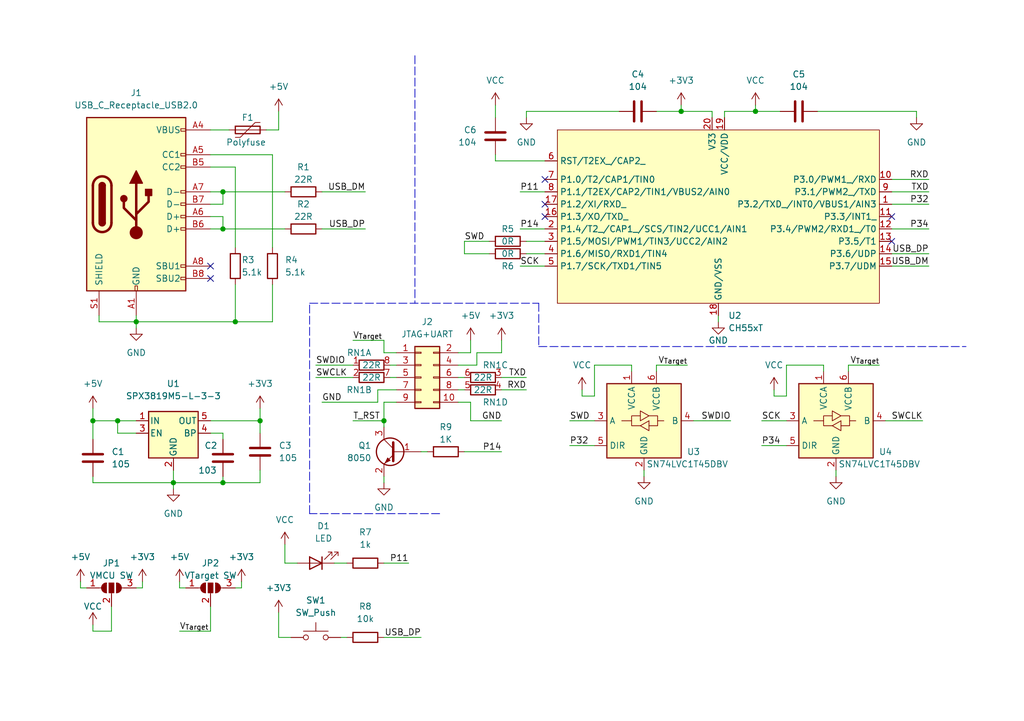
<source format=kicad_sch>
(kicad_sch (version 20211123) (generator eeschema)
  (paper "A5")
  (title_block (title "DAP_Link_CH55xT") (company "lexsion.net"))
  (lib_symbols
    (symbol "Connector:USB_C_Receptacle_USB2.0" (pin_names (offset 1.016))
      (property "Reference" "J" (at -10.16 19.05 0))
      (property "Value" "USB_C_Receptacle_USB2.0" (at 19.05 19.05 0))
      (symbol "USB_C_Receptacle_USB2.0_0_0"
        (rectangle (start -0.254 -17.78) (end 0.254 -16.764))
        (rectangle (start 10.16 -14.986) (end 9.144 -15.494))
        (rectangle (start 10.16 -12.446) (end 9.144 -12.954))
        (rectangle (start 10.16 -4.826) (end 9.144 -5.334))
        (rectangle (start 10.16 -2.286) (end 9.144 -2.794))
        (rectangle (start 10.16 0.254) (end 9.144 -0.254))
        (rectangle (start 10.16 2.794) (end 9.144 2.286))
        (rectangle (start 10.16 7.874) (end 9.144 7.366))
        (rectangle (start 10.16 10.414) (end 9.144 9.906))
        (rectangle (start 10.16 15.494) (end 9.144 14.986))
      )
      (symbol "USB_C_Receptacle_USB2.0_0_1"
        (rectangle (start -10.16 17.78) (end 10.16 -17.78) (stroke (width 0.254)) (fill (type background)))
        (arc (start -8.89 -3.81) (mid -6.985 -5.715) (end -5.08 -3.81) (stroke (width 0.508)))
        (arc (start -7.62 -3.81) (mid -6.985 -4.445) (end -6.35 -3.81) (stroke (width 0.254)))
        (arc (start -7.62 -3.81) (mid -6.985 -4.445) (end -6.35 -3.81) (stroke (width 0.254)) (fill (type outline)))
        (rectangle (start -7.62 -3.81) (end -6.35 3.81) (stroke (width 0.254)) (fill (type outline)))
        (arc (start -6.35 3.81) (mid -6.985 4.445) (end -7.62 3.81) (stroke (width 0.254)))
        (arc (start -6.35 3.81) (mid -6.985 4.445) (end -7.62 3.81) (stroke (width 0.254)) (fill (type outline)))
        (arc (start -5.08 3.81) (mid -6.985 5.715) (end -8.89 3.81) (stroke (width 0.508)))
        (circle (center -2.54 1.143) (radius 0.635) (stroke (width 0.254)) (fill (type outline)))
        (circle (center 0 -5.842) (radius 1.27) (fill (type outline)))
        (polyline (pts (xy -8.89 -3.81) (xy -8.89 3.81)) (stroke (width 0.508)))
        (polyline (pts (xy -5.08 3.81) (xy -5.08 -3.81)) (stroke (width 0.508)))
        (polyline (pts (xy 0 -5.842) (xy 0 4.318)) (stroke (width 0.508)))
        (polyline (pts (xy 0 -3.302) (xy -2.54 -0.762) (xy -2.54 0.508)) (stroke (width 0.508)))
        (polyline (pts (xy 0 -2.032) (xy 2.54 0.508) (xy 2.54 1.778)) (stroke (width 0.508)))
        (polyline (pts (xy -1.27 4.318) (xy 0 6.858) (xy 1.27 4.318) (xy -1.27 4.318)) (stroke (width 0.254)) (fill (type outline)))
        (rectangle (start 1.905 1.778) (end 3.175 3.048) (stroke (width 0.254)) (fill (type outline)))
      )
      (symbol "USB_C_Receptacle_USB2.0_1_1"
        (pin passive line (at 0 -22.86 90) (length 5.08) (name "GND") (number "A1"))
        (pin passive line (at 0 -22.86 90) (length 5.08) hide (name "GND") (number "A12"))
        (pin passive line (at 15.24 15.24 180) (length 5.08) (name "VBUS") (number "A4"))
        (pin bidirectional line (at 15.24 10.16 180) (length 5.08) (name "CC1") (number "A5"))
        (pin bidirectional line (at 15.24 -2.54 180) (length 5.08) (name "D+") (number "A6"))
        (pin bidirectional line (at 15.24 2.54 180) (length 5.08) (name "D-") (number "A7"))
        (pin bidirectional line (at 15.24 -12.7 180) (length 5.08) (name "SBU1") (number "A8"))
        (pin passive line (at 15.24 15.24 180) (length 5.08) hide (name "VBUS") (number "A9"))
        (pin passive line (at 0 -22.86 90) (length 5.08) hide (name "GND") (number "B1"))
        (pin passive line (at 0 -22.86 90) (length 5.08) hide (name "GND") (number "B12"))
        (pin passive line (at 15.24 15.24 180) (length 5.08) hide (name "VBUS") (number "B4"))
        (pin bidirectional line (at 15.24 7.62 180) (length 5.08) (name "CC2") (number "B5"))
        (pin bidirectional line (at 15.24 -5.08 180) (length 5.08) (name "D+") (number "B6"))
        (pin bidirectional line (at 15.24 0 180) (length 5.08) (name "D-") (number "B7"))
        (pin bidirectional line (at 15.24 -15.24 180) (length 5.08) (name "SBU2") (number "B8"))
        (pin passive line (at 15.24 15.24 180) (length 5.08) hide (name "VBUS") (number "B9"))
        (pin passive line (at -7.62 -22.86 90) (length 5.08) (name "SHIELD") (number "S1"))
      )
    )
    (symbol "Connector_Generic:Conn_02x05_Odd_Even" (pin_names (offset 1.016) hide)
      (property "Reference" "J" (at 1.27 7.62 0))
      (property "Value" "Conn_02x05_Odd_Even" (at 1.27 -7.62 0))
      (symbol "Conn_02x05_Odd_Even_1_1"
        (rectangle (start -1.27 -4.953) (end 0 -5.207) (stroke (width 0.1524)))
        (rectangle (start -1.27 -2.413) (end 0 -2.667) (stroke (width 0.1524)))
        (rectangle (start -1.27 0.127) (end 0 -0.127) (stroke (width 0.1524)))
        (rectangle (start -1.27 2.667) (end 0 2.413) (stroke (width 0.1524)))
        (rectangle (start -1.27 5.207) (end 0 4.953) (stroke (width 0.1524)))
        (rectangle (start -1.27 6.35) (end 3.81 -6.35) (stroke (width 0.254)) (fill (type background)))
        (rectangle (start 3.81 -4.953) (end 2.54 -5.207) (stroke (width 0.1524)))
        (rectangle (start 3.81 -2.413) (end 2.54 -2.667) (stroke (width 0.1524)))
        (rectangle (start 3.81 0.127) (end 2.54 -0.127) (stroke (width 0.1524)))
        (rectangle (start 3.81 2.667) (end 2.54 2.413) (stroke (width 0.1524)))
        (rectangle (start 3.81 5.207) (end 2.54 4.953) (stroke (width 0.1524)))
        (pin passive line (at -5.08 5.08 0) (length 3.81) (name "Pin_1") (number "1"))
        (pin passive line (at 7.62 -5.08 180) (length 3.81) (name "Pin_10") (number "10"))
        (pin passive line (at 7.62 5.08 180) (length 3.81) (name "Pin_2") (number "2"))
        (pin passive line (at -5.08 2.54 0) (length 3.81) (name "Pin_3") (number "3"))
        (pin passive line (at 7.62 2.54 180) (length 3.81) (name "Pin_4") (number "4"))
        (pin passive line (at -5.08 0 0) (length 3.81) (name "Pin_5") (number "5"))
        (pin passive line (at 7.62 0 180) (length 3.81) (name "Pin_6") (number "6"))
        (pin passive line (at -5.08 -2.54 0) (length 3.81) (name "Pin_7") (number "7"))
        (pin passive line (at 7.62 -2.54 180) (length 3.81) (name "Pin_8") (number "8"))
        (pin passive line (at -5.08 -5.08 0) (length 3.81) (name "Pin_9") (number "9"))
      )
    )
    (symbol "Device:C" (pin_numbers hide) (pin_names (offset 0.254))
      (property "Reference" "C" (at 0.635 2.54 0))
      (property "Value" "C" (at 0.635 -2.54 0))
      (symbol "C_0_1"
        (polyline (pts (xy -2.032 -0.762) (xy 2.032 -0.762)) (stroke (width 0.508)))
        (polyline (pts (xy -2.032 0.762) (xy 2.032 0.762)) (stroke (width 0.508)))
      )
      (symbol "C_1_1"
        (pin passive line (at 0 3.81 270) (length 2.794) (name "~") (number "1"))
        (pin passive line (at 0 -3.81 90) (length 2.794) (name "~") (number "2"))
      )
    )
    (symbol "Device:LED" (pin_numbers hide) (pin_names (offset 1.016) hide)
      (property "Reference" "D" (at 0 2.54 0))
      (property "Value" "LED" (at 0 -2.54 0))
      (symbol "LED_0_1"
        (polyline (pts (xy -1.27 -1.27) (xy -1.27 1.27)) (stroke (width 0.254)))
        (polyline (pts (xy -1.27 0) (xy 1.27 0)))
        (polyline (pts (xy 1.27 -1.27) (xy 1.27 1.27) (xy -1.27 0) (xy 1.27 -1.27)) (stroke (width 0.254)))
        (polyline (pts (xy -3.048 -0.762) (xy -4.572 -2.286) (xy -3.81 -2.286) (xy -4.572 -2.286) (xy -4.572 -1.524)))
        (polyline (pts (xy -1.778 -0.762) (xy -3.302 -2.286) (xy -2.54 -2.286) (xy -3.302 -2.286) (xy -3.302 -1.524)))
      )
      (symbol "LED_1_1"
        (pin passive line (at -3.81 0 0) (length 2.54) (name "K") (number "1"))
        (pin passive line (at 3.81 0 180) (length 2.54) (name "A") (number "2"))
      )
    )
    (symbol "Device:Polyfuse" (pin_numbers hide) (pin_names (offset 0))
      (property "Reference" "F" (at -2.54 0 90))
      (property "Value" "Polyfuse" (at 2.54 0 90))
      (symbol "Polyfuse_0_1"
        (rectangle (start -0.762 2.54) (end 0.762 -2.54) (stroke (width 0.254)))
        (polyline (pts (xy 0 2.54) (xy 0 -2.54)))
        (polyline (pts (xy -1.524 2.54) (xy -1.524 1.524) (xy 1.524 -1.524) (xy 1.524 -2.54)))
      )
      (symbol "Polyfuse_1_1"
        (pin passive line (at 0 3.81 270) (length 1.27) (name "~") (number "1"))
        (pin passive line (at 0 -3.81 90) (length 1.27) (name "~") (number "2"))
      )
    )
    (symbol "Device:Q_NPN_BEC" (pin_names (offset 0) hide)
      (property "Reference" "Q" (at 5.08 1.27 0))
      (property "Value" "Q_NPN_BEC" (at 5.08 -1.27 0))
      (symbol "Q_NPN_BEC_0_1"
        (polyline (pts (xy 0.635 0.635) (xy 2.54 2.54)))
        (polyline (pts (xy 0.635 -0.635) (xy 2.54 -2.54) (xy 2.54 -2.54)))
        (polyline (pts (xy 0.635 1.905) (xy 0.635 -1.905) (xy 0.635 -1.905)) (stroke (width 0.508)))
        (polyline (pts (xy 1.27 -1.778) (xy 1.778 -1.27) (xy 2.286 -2.286) (xy 1.27 -1.778) (xy 1.27 -1.778)) (fill (type outline)))
        (circle (center 1.27 0) (radius 2.8194) (stroke (width 0.254)))
      )
      (symbol "Q_NPN_BEC_1_1"
        (pin input line (at -5.08 0 0) (length 5.715) (name "B") (number "1"))
        (pin passive line (at 2.54 -5.08 90) (length 2.54) (name "E") (number "2"))
        (pin passive line (at 2.54 5.08 270) (length 2.54) (name "C") (number "3"))
      )
    )
    (symbol "Device:R" (pin_numbers hide) (pin_names (offset 0))
      (property "Reference" "R" (at 2.032 0 90))
      (property "Value" "R" (at 0 0 90))
      (symbol "R_0_1"
        (rectangle (start -1.016 -2.54) (end 1.016 2.54) (stroke (width 0.254)))
      )
      (symbol "R_1_1"
        (pin passive line (at 0 3.81 270) (length 1.27) (name "~") (number "1"))
        (pin passive line (at 0 -3.81 90) (length 1.27) (name "~") (number "2"))
      )
    )
    (symbol "Device:R_Pack04_Split" (pin_names (offset 0) hide)
      (property "Reference" "RN" (at 2.032 0 90))
      (property "Value" "R_Pack04_Split" (at 0 0 90))
      (symbol "R_Pack04_Split_0_1"
        (rectangle (start 1.016 2.54) (end -1.016 -2.54) (stroke (width 0.254)))
      )
      (symbol "R_Pack04_Split_1_1"
        (pin passive line (at 0 -3.81 90) (length 1.27) (name "R1.1") (number "1"))
        (pin passive line (at 0 3.81 270) (length 1.27) (name "R1.2") (number "8"))
      )
      (symbol "R_Pack04_Split_2_1"
        (pin passive line (at 0 -3.81 90) (length 1.27) (name "R2.1") (number "2"))
        (pin passive line (at 0 3.81 270) (length 1.27) (name "R2.2") (number "7"))
      )
      (symbol "R_Pack04_Split_3_1"
        (pin passive line (at 0 -3.81 90) (length 1.27) (name "R3.1") (number "3"))
        (pin passive line (at 0 3.81 270) (length 1.27) (name "R3.2") (number "6"))
      )
      (symbol "R_Pack04_Split_4_1"
        (pin passive line (at 0 -3.81 90) (length 1.27) (name "R4.1") (number "4"))
        (pin passive line (at 0 3.81 270) (length 1.27) (name "R4.2") (number "5"))
      )
    )
    (symbol "Jumper:SolderJumper_3_Open" (pin_names (offset 0) hide)
      (property "Reference" "JP" (at -2.54 -2.54 0))
      (property "Value" "SolderJumper_3_Open" (at 0 2.794 0))
      (symbol "SolderJumper_3_Open_0_1"
        (arc (start -1.016 1.016) (mid -2.032 0) (end -1.016 -1.016))
        (arc (start -1.016 1.016) (mid -2.032 0) (end -1.016 -1.016) (fill (type outline)))
        (rectangle (start -0.508 1.016) (end 0.508 -1.016) (fill (type outline)))
        (polyline (pts (xy -2.54 0) (xy -2.032 0)))
        (polyline (pts (xy -1.016 1.016) (xy -1.016 -1.016)))
        (polyline (pts (xy 0 -1.27) (xy 0 -1.016)))
        (polyline (pts (xy 1.016 1.016) (xy 1.016 -1.016)))
        (polyline (pts (xy 2.54 0) (xy 2.032 0)))
        (arc (start 1.016 -1.016) (mid 2.032 0) (end 1.016 1.016))
        (arc (start 1.016 -1.016) (mid 2.032 0) (end 1.016 1.016) (fill (type outline)))
      )
      (symbol "SolderJumper_3_Open_1_1"
        (pin passive line (at -5.08 0 0) (length 2.54) (name "A") (number "1"))
        (pin input line (at 0 -3.81 90) (length 2.54) (name "C") (number "2"))
        (pin passive line (at 5.08 0 180) (length 2.54) (name "B") (number "3"))
      )
    )
    (symbol "Lex_MCU_WCH:CH55xT"
      (property "Reference" "U" (at 0 0 0))
      (property "Value" "CH55xT" (at 0 0 0))
      (symbol "CH55xT_0_1"
        (rectangle (start -33.02 17.78) (end 33.02 -17.78) (fill (type background)))
      )
      (symbol "CH55xT_1_1"
        (pin bidirectional line (at 35.56 2.54 180) (length 2.54) (name "P3.2/TXD_/INT0/VBUS1/AIN3") (number "1"))
        (pin bidirectional line (at 35.56 7.62 180) (length 2.54) (name "P3.0/PWM1_/RXD") (number "10"))
        (pin bidirectional line (at 35.56 0 180) (length 2.54) (name "P3.3/INT1_") (number "11"))
        (pin bidirectional line (at 35.56 -2.54 180) (length 2.54) (name "P3.4/PWM2/RXD1_/T0") (number "12"))
        (pin bidirectional line (at 35.56 -5.08 180) (length 2.54) (name "P3.5/T1") (number "13"))
        (pin bidirectional line (at 35.56 -7.62 180) (length 2.54) (name "P3.6/UDP") (number "14"))
        (pin bidirectional line (at 35.56 -10.16 180) (length 2.54) (name "P3.7/UDM") (number "15"))
        (pin bidirectional line (at -35.56 0 0) (length 2.54) (name "P1.3/XO/TXD_") (number "16"))
        (pin bidirectional line (at -35.56 2.54 0) (length 2.54) (name "P1.2/XI/RXD_") (number "17"))
        (pin power_in line (at 0 -20.32 90) (length 2.54) (name "GND/VSS") (number "18"))
        (pin power_in line (at 1.27 20.32 270) (length 2.54) (name "VCC/VDD") (number "19"))
        (pin bidirectional line (at -35.56 -2.54 0) (length 2.54) (name "P1.4/T2_/CAP1_/SCS/TIN2/UCC1/AIN1") (number "2"))
        (pin power_in line (at -1.27 20.32 270) (length 2.54) (name "V33") (number "20"))
        (pin bidirectional line (at -35.56 -5.08 0) (length 2.54) (name "P1.5/MOSI/PWM1/TIN3/UCC2/AIN2") (number "3"))
        (pin bidirectional line (at -35.56 -7.62 0) (length 2.54) (name "P1.6/MISO/RXD1/TIN4") (number "4"))
        (pin bidirectional line (at -35.56 -10.16 0) (length 2.54) (name "P1.7/SCK/TXD1/TIN5") (number "5"))
        (pin bidirectional line (at -35.56 11.43 0) (length 2.54) (name "RST/T2EX_/CAP2_") (number "6"))
        (pin bidirectional line (at -35.56 7.62 0) (length 2.54) (name "P1.0/T2/CAP1/TIN0") (number "7"))
        (pin bidirectional line (at -35.56 5.08 0) (length 2.54) (name "P1.1/T2EX/CAP2/TIN1/VBUS2/AIN0") (number "8"))
        (pin bidirectional line (at 35.56 5.08 180) (length 2.54) (name "P3.1/PWM2_/TXD") (number "9"))
      )
    )
    (symbol "Logic_LevelTranslator:SN74LVC1T45DBV"
      (property "Reference" "U" (at -6.35 8.89 0))
      (property "Value" "SN74LVC1T45DBV" (at 3.81 8.89 0))
      (symbol "SN74LVC1T45DBV_0_1"
        (rectangle (start -7.62 7.62) (end 7.62 -7.62) (stroke (width 0.254)) (fill (type background)))
        (polyline (pts (xy -2.54 0) (xy -2.54 1.016) (xy -0.762 1.016)))
        (polyline (pts (xy 2.794 0) (xy 2.794 -1.016) (xy 1.016 -1.016)))
        (polyline (pts (xy -0.762 -1.016) (xy -2.54 -1.016) (xy -2.54 0) (xy -4.572 0)))
        (polyline (pts (xy -0.762 0) (xy -0.762 2.032) (xy 1.016 1.016) (xy -0.762 0)))
        (polyline (pts (xy 1.016 1.016) (xy 2.794 1.016) (xy 2.794 0) (xy 4.064 0)))
        (polyline (pts (xy 1.016 0) (xy 1.016 -1.778) (xy 1.016 -2.032) (xy -0.762 -1.016) (xy 1.016 0)))
      )
      (symbol "SN74LVC1T45DBV_1_1"
        (pin power_in line (at -2.54 10.16 270) (length 2.54) (name "VCCA") (number "1"))
        (pin power_in line (at 0 -10.16 90) (length 2.54) (name "GND") (number "2"))
        (pin bidirectional line (at -10.16 0 0) (length 2.54) (name "A") (number "3"))
        (pin bidirectional line (at 10.16 0 180) (length 2.54) (name "B") (number "4"))
        (pin input line (at -10.16 -5.08 0) (length 2.54) (name "DIR") (number "5"))
        (pin power_in line (at 2.54 10.16 270) (length 2.54) (name "VCCB") (number "6"))
      )
    )
    (symbol "Regulator_Linear:SPX3819M5-L-3-3" (pin_names (offset 0.254))
      (property "Reference" "U" (at -3.81 5.715 0))
      (property "Value" "SPX3819M5-L-3-3" (at 0 5.715 0))
      (symbol "SPX3819M5-L-3-3_0_1"
        (rectangle (start -5.08 4.445) (end 5.08 -5.08) (stroke (width 0.254)) (fill (type background)))
      )
      (symbol "SPX3819M5-L-3-3_1_1"
        (pin power_in line (at -7.62 2.54 0) (length 2.54) (name "IN") (number "1"))
        (pin power_in line (at 0 -7.62 90) (length 2.54) (name "GND") (number "2"))
        (pin input line (at -7.62 0 0) (length 2.54) (name "EN") (number "3"))
        (pin input line (at 7.62 0 180) (length 2.54) (name "BP") (number "4"))
        (pin power_out line (at 7.62 2.54 180) (length 2.54) (name "OUT") (number "5"))
      )
    )
    (symbol "Switch:SW_Push" (pin_numbers hide) (pin_names (offset 1.016) hide)
      (property "Reference" "SW" (at 1.27 2.54 0))
      (property "Value" "SW_Push" (at 0 -1.524 0))
      (symbol "SW_Push_0_1"
        (circle (center -2.032 0) (radius 0.508))
        (polyline (pts (xy 0 1.27) (xy 0 3.048)))
        (polyline (pts (xy 2.54 1.27) (xy -2.54 1.27)))
        (circle (center 2.032 0) (radius 0.508))
        (pin passive line (at -5.08 0 0) (length 2.54) (name "1") (number "1"))
        (pin passive line (at 5.08 0 180) (length 2.54) (name "2") (number "2"))
      )
    )
    (symbol "power:+3V3" (power) (pin_names (offset 0))
      (property "Value" "+3V3" (at 0 3.556 0))
      (symbol "+3V3_0_1"
        (polyline (pts (xy -0.762 1.27) (xy 0 2.54)))
        (polyline (pts (xy 0 0) (xy 0 2.54)))
        (polyline (pts (xy 0 2.54) (xy 0.762 1.27)))
      )
      (symbol "+3V3_1_1"
        (pin power_in line (at 0 0 90) (length 0) hide (name "+3V3") (number "1"))
      )
    )
    (symbol "power:+5V" (power) (pin_names (offset 0))
      (property "Value" "+5V" (at 0 3.556 0))
      (symbol "+5V_0_1"
        (polyline (pts (xy -0.762 1.27) (xy 0 2.54)))
        (polyline (pts (xy 0 0) (xy 0 2.54)))
        (polyline (pts (xy 0 2.54) (xy 0.762 1.27)))
      )
      (symbol "+5V_1_1"
        (pin power_in line (at 0 0 90) (length 0) hide (name "+5V") (number "1"))
      )
    )
    (symbol "power:GND" (power) (pin_names (offset 0))
      (property "Value" "GND" (at 0 -3.81 0))
      (symbol "GND_0_1"
        (polyline (pts (xy 0 0) (xy 0 -1.27) (xy 1.27 -1.27) (xy 0 -2.54) (xy -1.27 -1.27) (xy 0 -1.27)))
      )
      (symbol "GND_1_1"
        (pin power_in line (at 0 0 270) (length 0) hide (name "GND") (number "1"))
      )
    )
    (symbol "power:VCC" (power) (pin_names (offset 0))
      (property "Value" "VCC" (at 0 3.81 0))
      (symbol "VCC_0_1"
        (polyline (pts (xy -0.762 1.27) (xy 0 2.54)))
        (polyline (pts (xy 0 0) (xy 0 2.54)))
        (polyline (pts (xy 0 2.54) (xy 0.762 1.27)))
      )
      (symbol "VCC_1_1"
        (pin power_in line (at 0 0 90) (length 0) hide (name "VCC") (number "1"))
      )
    )
  )
  (junction (at 78.74 86.36))
  (junction (at 53.34 86.36))
  (junction (at 45.72 39.37))
  (junction (at 45.72 99.06))
  (junction (at 139.7 22.86))
  (junction (at 19.05 86.36))
  (junction (at 48.26 66.04))
  (junction (at 27.94 66.04))
  (junction (at 35.56 99.06))
  (junction (at 45.72 46.99))
  (junction (at 154.94 22.86))
  (junction (at 24.13 86.36))
  (no_connect (at 43.18 54.61))
  (no_connect (at 43.18 57.15))
  (no_connect (at 111.76 41.91))
  (no_connect (at 111.76 44.45))
  (no_connect (at 111.76 36.83))
  (no_connect (at 182.88 49.53))
  (no_connect (at 182.88 44.45))
  (wire (pts (xy 77.47 80.01) (xy 81.28 80.01)))
  (wire (pts (xy 142.24 86.36) (xy 149.86 86.36)))
  (wire (pts (xy 66.04 39.37) (xy 74.93 39.37)))
  (wire (pts (xy 77.47 80.01) (xy 77.47 82.55)))
  (wire (pts (xy 45.72 46.99) (xy 58.42 46.99)))
  (wire (pts (xy 97.79 74.93) (xy 97.79 72.39)))
  (wire (pts (xy 158.75 81.28) (xy 161.29 81.28)))
  (wire (pts (xy 43.18 34.29) (xy 48.26 34.29)))
  (wire (pts (xy 95.25 49.53) (xy 100.33 49.53)))
  (wire (pts (xy 64.77 74.93) (xy 72.39 74.93)))
  (wire (pts (xy 64.77 77.47) (xy 72.39 77.47)))
  (wire (pts (xy 29.21 119.38) (xy 29.21 120.65)))
  (wire (pts (xy 96.52 82.55) (xy 93.98 82.55)))
  (wire (pts (xy 53.34 86.36) (xy 43.18 86.36)))
  (wire (pts (xy 78.74 115.57) (xy 83.82 115.57)))
  (wire (pts (xy 121.92 74.93) (xy 129.54 74.93)))
  (wire (pts (xy 158.75 80.01) (xy 158.75 81.28)))
  (wire (pts (xy 93.98 77.47) (xy 95.25 77.47)))
  (wire (pts (xy 134.62 22.86) (xy 139.7 22.86)))
  (wire (pts (xy 57.15 130.81) (xy 59.69 130.81)))
  (wire (pts (xy 182.88 46.99) (xy 190.5 46.99)))
  (wire (pts (xy 156.21 91.44) (xy 161.29 91.44)))
  (wire (pts (xy 58.42 111.76) (xy 58.42 115.57)))
  (wire (pts (xy 132.08 96.52) (xy 132.08 97.79)))
  (polyline (pts (xy 110.49 62.23) (xy 110.49 71.12)))
  (wire (pts (xy 43.18 39.37) (xy 45.72 39.37)))
  (wire (pts (xy 140.97 74.93) (xy 134.62 74.93)))
  (wire (pts (xy 102.87 86.36) (xy 96.52 86.36)))
  (wire (pts (xy 53.34 96.52) (xy 53.34 99.06)))
  (wire (pts (xy 20.32 64.77) (xy 20.32 66.04)))
  (wire (pts (xy 78.74 86.36) (xy 72.39 86.36)))
  (wire (pts (xy 36.83 129.54) (xy 43.18 129.54)))
  (wire (pts (xy 107.95 49.53) (xy 111.76 49.53)))
  (wire (pts (xy 134.62 74.93) (xy 134.62 76.2)))
  (wire (pts (xy 68.58 115.57) (xy 71.12 115.57)))
  (wire (pts (xy 96.52 86.36) (xy 96.52 82.55)))
  (wire (pts (xy 45.72 44.45) (xy 45.72 46.99)))
  (wire (pts (xy 16.51 119.38) (xy 16.51 120.65)))
  (wire (pts (xy 139.7 21.59) (xy 139.7 22.86)))
  (wire (pts (xy 19.05 128.27) (xy 19.05 129.54)))
  (polyline (pts (xy 85.09 11.43) (xy 85.09 62.23)))
  (wire (pts (xy 22.86 129.54) (xy 22.86 124.46)))
  (wire (pts (xy 106.68 46.99) (xy 111.76 46.99)))
  (wire (pts (xy 43.18 44.45) (xy 45.72 44.45)))
  (wire (pts (xy 49.53 120.65) (xy 48.26 120.65)))
  (wire (pts (xy 101.6 33.02) (xy 111.76 33.02)))
  (wire (pts (xy 27.94 88.9) (xy 24.13 88.9)))
  (wire (pts (xy 78.74 72.39) (xy 78.74 69.85)))
  (polyline (pts (xy 63.5 62.23) (xy 110.49 62.23)))
  (wire (pts (xy 55.88 58.42) (xy 55.88 66.04)))
  (wire (pts (xy 154.94 22.86) (xy 148.59 22.86)))
  (wire (pts (xy 129.54 74.93) (xy 129.54 76.2)))
  (wire (pts (xy 154.94 22.86) (xy 160.02 22.86)))
  (wire (pts (xy 16.51 120.65) (xy 17.78 120.65)))
  (wire (pts (xy 161.29 81.28) (xy 161.29 74.93)))
  (wire (pts (xy 168.91 74.93) (xy 168.91 76.2)))
  (wire (pts (xy 81.28 82.55) (xy 78.74 82.55)))
  (wire (pts (xy 43.18 88.9) (xy 45.72 88.9)))
  (wire (pts (xy 119.38 81.28) (xy 121.92 81.28)))
  (wire (pts (xy 78.74 99.06) (xy 78.74 97.79)))
  (wire (pts (xy 27.94 66.04) (xy 27.94 67.31)))
  (wire (pts (xy 182.88 36.83) (xy 190.5 36.83)))
  (wire (pts (xy 139.7 22.86) (xy 146.05 22.86)))
  (wire (pts (xy 87.63 92.71) (xy 86.36 92.71)))
  (wire (pts (xy 43.18 31.75) (xy 55.88 31.75)))
  (wire (pts (xy 95.25 52.07) (xy 100.33 52.07)))
  (wire (pts (xy 154.94 21.59) (xy 154.94 22.86)))
  (wire (pts (xy 182.88 54.61) (xy 190.5 54.61)))
  (wire (pts (xy 93.98 80.01) (xy 95.25 80.01)))
  (wire (pts (xy 148.59 22.86) (xy 148.59 24.13)))
  (wire (pts (xy 116.84 91.44) (xy 121.92 91.44)))
  (wire (pts (xy 20.32 66.04) (xy 27.94 66.04)))
  (wire (pts (xy 43.18 26.67) (xy 46.99 26.67)))
  (wire (pts (xy 48.26 34.29) (xy 48.26 50.8)))
  (wire (pts (xy 53.34 83.82) (xy 53.34 86.36)))
  (wire (pts (xy 45.72 97.79) (xy 45.72 99.06)))
  (wire (pts (xy 180.34 74.93) (xy 173.99 74.93)))
  (wire (pts (xy 24.13 88.9) (xy 24.13 86.36)))
  (wire (pts (xy 97.79 72.39) (xy 102.87 72.39)))
  (wire (pts (xy 36.83 119.38) (xy 36.83 120.65)))
  (wire (pts (xy 19.05 86.36) (xy 24.13 86.36)))
  (polyline (pts (xy 90.17 105.41) (xy 63.5 105.41)))
  (wire (pts (xy 29.21 120.65) (xy 27.94 120.65)))
  (wire (pts (xy 43.18 46.99) (xy 45.72 46.99)))
  (wire (pts (xy 58.42 115.57) (xy 60.96 115.57)))
  (wire (pts (xy 45.72 39.37) (xy 58.42 39.37)))
  (wire (pts (xy 57.15 125.73) (xy 57.15 130.81)))
  (wire (pts (xy 35.56 96.52) (xy 35.56 99.06)))
  (wire (pts (xy 95.25 92.71) (xy 102.87 92.71)))
  (wire (pts (xy 45.72 41.91) (xy 45.72 39.37)))
  (wire (pts (xy 55.88 66.04) (xy 48.26 66.04)))
  (wire (pts (xy 78.74 130.81) (xy 86.36 130.81)))
  (wire (pts (xy 161.29 74.93) (xy 168.91 74.93)))
  (wire (pts (xy 116.84 86.36) (xy 121.92 86.36)))
  (wire (pts (xy 69.85 130.81) (xy 71.12 130.81)))
  (wire (pts (xy 57.15 26.67) (xy 54.61 26.67)))
  (wire (pts (xy 66.04 82.55) (xy 77.47 82.55)))
  (wire (pts (xy 102.87 77.47) (xy 107.95 77.47)))
  (wire (pts (xy 78.74 82.55) (xy 78.74 86.36)))
  (wire (pts (xy 19.05 97.79) (xy 19.05 99.06)))
  (wire (pts (xy 43.18 41.91) (xy 45.72 41.91)))
  (wire (pts (xy 127 22.86) (xy 107.95 22.86)))
  (wire (pts (xy 78.74 87.63) (xy 78.74 86.36)))
  (wire (pts (xy 48.26 66.04) (xy 27.94 66.04)))
  (wire (pts (xy 102.87 72.39) (xy 102.87 69.85)))
  (wire (pts (xy 43.18 129.54) (xy 43.18 124.46)))
  (wire (pts (xy 24.13 86.36) (xy 27.94 86.36)))
  (wire (pts (xy 181.61 86.36) (xy 189.23 86.36)))
  (wire (pts (xy 19.05 129.54) (xy 22.86 129.54)))
  (wire (pts (xy 101.6 31.75) (xy 101.6 33.02)))
  (wire (pts (xy 173.99 74.93) (xy 173.99 76.2)))
  (wire (pts (xy 19.05 83.82) (xy 19.05 86.36)))
  (wire (pts (xy 167.64 22.86) (xy 187.96 22.86)))
  (wire (pts (xy 107.95 52.07) (xy 111.76 52.07)))
  (wire (pts (xy 36.83 120.65) (xy 38.1 120.65)))
  (wire (pts (xy 27.94 64.77) (xy 27.94 66.04)))
  (wire (pts (xy 35.56 99.06) (xy 45.72 99.06)))
  (wire (pts (xy 101.6 21.59) (xy 101.6 24.13)))
  (wire (pts (xy 53.34 99.06) (xy 45.72 99.06)))
  (wire (pts (xy 187.96 22.86) (xy 187.96 24.13)))
  (wire (pts (xy 66.04 46.99) (xy 74.93 46.99)))
  (polyline (pts (xy 63.5 105.41) (xy 63.5 62.23)))
  (wire (pts (xy 72.39 69.85) (xy 78.74 69.85)))
  (wire (pts (xy 57.15 22.86) (xy 57.15 26.67)))
  (wire (pts (xy 121.92 81.28) (xy 121.92 74.93)))
  (wire (pts (xy 156.21 86.36) (xy 161.29 86.36)))
  (wire (pts (xy 182.88 52.07) (xy 190.5 52.07)))
  (wire (pts (xy 182.88 39.37) (xy 190.5 39.37)))
  (wire (pts (xy 55.88 31.75) (xy 55.88 50.8)))
  (wire (pts (xy 146.05 22.86) (xy 146.05 24.13)))
  (wire (pts (xy 19.05 86.36) (xy 19.05 90.17)))
  (wire (pts (xy 107.95 22.86) (xy 107.95 24.13)))
  (wire (pts (xy 49.53 119.38) (xy 49.53 120.65)))
  (wire (pts (xy 19.05 99.06) (xy 35.56 99.06)))
  (wire (pts (xy 93.98 72.39) (xy 96.52 72.39)))
  (wire (pts (xy 80.01 74.93) (xy 81.28 74.93)))
  (wire (pts (xy 48.26 58.42) (xy 48.26 66.04)))
  (wire (pts (xy 147.32 64.77) (xy 147.32 66.04)))
  (wire (pts (xy 80.01 77.47) (xy 81.28 77.47)))
  (wire (pts (xy 106.68 39.37) (xy 111.76 39.37)))
  (wire (pts (xy 182.88 41.91) (xy 190.5 41.91)))
  (wire (pts (xy 81.28 72.39) (xy 78.74 72.39)))
  (wire (pts (xy 106.68 54.61) (xy 111.76 54.61)))
  (wire (pts (xy 53.34 88.9) (xy 53.34 86.36)))
  (wire (pts (xy 96.52 72.39) (xy 96.52 69.85)))
  (wire (pts (xy 93.98 74.93) (xy 97.79 74.93)))
  (wire (pts (xy 102.87 80.01) (xy 107.95 80.01)))
  (polyline (pts (xy 110.49 71.12) (xy 198.12 71.12)))
  (wire (pts (xy 171.45 96.52) (xy 171.45 97.79)))
  (wire (pts (xy 45.72 88.9) (xy 45.72 90.17)))
  (wire (pts (xy 119.38 80.01) (xy 119.38 81.28)))
  (wire (pts (xy 35.56 99.06) (xy 35.56 100.33)))
  (wire (pts (xy 95.25 49.53) (xy 95.25 52.07)))
  (label "P14" (at 106.68 46.99 0))
  (label "SCK" (at 156.21 86.36 0))
  (label "SCK" (at 106.68 54.61 0))
  (label "SWD" (at 95.25 49.53 0))
  (label "P34" (at 156.21 91.44 0))
  (label "T_RST" (at 72.39 86.36 0))
  (label "P11" (at 83.82 115.57 180))
  (label "RXD" (at 107.95 80.01 180))
  (label "GND" (at 102.87 86.36 180))
  (label "V_{Target}" (at 36.83 129.54 0))
  (label "SWCLK" (at 64.77 77.47 0))
  (label "P32" (at 116.84 91.44 0))
  (label "RXD" (at 190.5 36.83 180))
  (label "V_{Target}" (at 140.97 74.93 180))
  (label "SWDIO" (at 64.77 74.93 0))
  (label "GND" (at 66.04 82.55 0))
  (label "USB_DP" (at 86.36 130.81 180))
  (label "P34" (at 190.5 46.99 180))
  (label "TXD" (at 190.5 39.37 180))
  (label "SWD" (at 116.84 86.36 0))
  (label "USB_DP" (at 74.93 46.99 180))
  (label "V_{Target}" (at 72.39 69.85 0))
  (label "SWCLK" (at 189.23 86.36 180))
  (label "USB_DM" (at 74.93 39.37 180))
  (label "USB_DM" (at 190.5 54.61 180))
  (label "SWDIO" (at 149.86 86.36 180))
  (label "TXD" (at 107.95 77.47 180))
  (label "P14" (at 102.87 92.71 180))
  (label "P32" (at 190.5 41.91 180))
  (label "USB_DP" (at 190.5 52.07 180))
  (label "P11" (at 106.68 39.37 0))
  (label "V_{Target}" (at 180.34 74.93 180))
  (symbol (lib_id "Device:R") (at 104.14 52.07 90) (unit 1)
    (property "Reference" "R6" (at 104.14 54.61 90))
    (property "Value" "0R" (at 104.14 52.07 90))
    (property "Footprint" "Resistor_SMD:R_0402_1005Metric" (effects hide))
  )
  (symbol (lib_id "power:+3V3") (at 29.21 119.38 0) (unit 1)
    (property "Reference" "#PWR0122" (effects hide))
    (property "Value" "+3V3" (at 29.21 114.3 0))
  )
  (symbol (lib_id "Device:C") (at 163.83 22.86 90) (unit 1)
    (property "Reference" "C5" (at 163.83 15.24 90))
    (property "Value" "104" (at 163.83 17.78 90))
    (property "Footprint" "Capacitor_SMD:C_0603_1608Metric" (effects hide))
  )
  (symbol (lib_id "Logic_LevelTranslator:SN74LVC1T45DBV") (at 171.45 86.36 0) (unit 1)
    (property "Reference" "U4" (at 181.61 92.71 0))
    (property "Value" "SN74LVC1T45DBV" (at 180.34 95.25 0))
    (property "Footprint" "Package_TO_SOT_SMD:SOT-23-6" (effects hide))
    (property "Datasheet" "http://www.ti.com/lit/ds/symlink/sn74lvc1t45.pdf" (effects hide))
  )
  (symbol (lib_id "power:+5V") (at 96.52 69.85 0) (unit 1)
    (property "Reference" "#PWR0107" (effects hide))
    (property "Value" "+5V" (at 96.52 64.77 0))
  )
  (symbol (lib_id "Device:R_Pack04_Split") (at 99.06 77.47 90) (mirror x) (unit 3)
    (property "Reference" "RN1" (at 101.6 74.93 90))
    (property "Value" "22R" (at 99.06 77.47 90))
    (property "Footprint" "Resistor_SMD:R_Array_Convex_4x0603" (effects hide))
  )
  (symbol (lib_id "Device:R") (at 104.14 49.53 90) (unit 1)
    (property "Reference" "R5" (at 104.14 46.99 90))
    (property "Value" "0R" (at 104.14 49.53 90))
    (property "Footprint" "Resistor_SMD:R_0402_1005Metric" (effects hide))
  )
  (symbol (lib_id "power:+3V3") (at 139.7 21.59 0) (unit 1)
    (property "Reference" "#PWR0102" (effects hide))
    (property "Value" "+3V3" (at 139.7 16.51 0))
  )
  (symbol (lib_id "power:GND") (at 187.96 24.13 0) (unit 1)
    (property "Reference" "#PWR0105" (effects hide))
    (property "Value" "GND" (at 187.96 29.21 0))
  )
  (symbol (lib_id "Device:C") (at 45.72 93.98 0) (unit 1)
    (property "Reference" "C2" (at 41.91 91.44 0) (effects (justify left)))
    (property "Value" "103" (at 40.64 96.52 0) (effects (justify left)))
    (property "Footprint" "Capacitor_SMD:C_0603_1608Metric" (effects hide))
  )
  (symbol (lib_id "power:VCC") (at 158.75 80.01 0) (unit 1)
    (property "Reference" "#PWR0112" (effects hide))
    (property "Value" "VCC" (at 158.75 74.93 0))
  )
  (symbol (lib_id "Device:C") (at 130.81 22.86 90) (unit 1)
    (property "Reference" "C4" (at 130.81 15.24 90))
    (property "Value" "104" (at 130.81 17.78 90))
    (property "Footprint" "Capacitor_SMD:C_0603_1608Metric" (effects hide))
  )
  (symbol (lib_id "Device:C") (at 53.34 92.71 0) (unit 1)
    (property "Reference" "C3" (at 57.15 91.4399 0) (effects (justify left)))
    (property "Value" "105" (at 57.15 93.9799 0) (effects (justify left)))
    (property "Footprint" "Capacitor_SMD:C_0603_1608Metric" (effects hide))
  )
  (symbol (lib_id "Connector_Generic:Conn_02x05_Odd_Even") (at 86.36 77.47 0) (unit 1)
    (property "Reference" "J2" (at 87.63 66.04 0))
    (property "Value" "JTAG+UART" (at 87.63 68.58 0))
    (property "Footprint" "Lex_Conn:Link_JTAG_10Pin" (effects hide))
  )
  (symbol (lib_id "Device:Q_NPN_BEC") (at 81.28 92.71 0) (mirror y) (unit 1)
    (property "Reference" "Q1" (at 76.2 91.4399 0) (effects (justify left)))
    (property "Value" "8050" (at 76.2 93.9799 0) (effects (justify left)))
    (property "Footprint" "Package_TO_SOT_SMD:SOT-23" (effects hide))
  )
  (symbol (lib_id "Device:Polyfuse") (at 50.8 26.67 270) (unit 1)
    (property "Reference" "F1" (at 52.07 24.13 90) (effects (justify right)))
    (property "Value" "Polyfuse" (at 54.61 29.21 90) (effects (justify right)))
    (property "Footprint" "Fuse:Fuse_0603_1608Metric" (effects hide))
  )
  (symbol (lib_id "power:VCC") (at 58.42 111.76 0) (unit 1)
    (property "Reference" "#PWR0124" (effects hide))
    (property "Value" "VCC" (at 58.42 106.68 0))
  )
  (symbol (lib_id "power:+3V3") (at 49.53 119.38 0) (unit 1)
    (property "Reference" "#PWR0123" (effects hide))
    (property "Value" "+3V3" (at 49.53 114.3 0))
  )
  (symbol (lib_id "Lex_MCU_WCH:CH55xT") (at 147.32 44.45 0) (unit 1)
    (property "Reference" "U2" (at 149.3394 64.77 0) (effects (justify left)))
    (property "Value" "CH55xT" (at 149.3394 67.31 0) (effects (justify left)))
    (property "Footprint" "Package_SO:SSOP-20_4.4x6.5mm_P0.65mm" (effects hide))
    (property "Datasheet" "http://www.wch.cn/downloads/CH554DS1_PDF.html" (effects hide))
  )
  (symbol (lib_id "Jumper:SolderJumper_3_Open") (at 43.18 120.65 0) (unit 1)
    (property "Reference" "JP2" (at 43.18 115.57 0))
    (property "Value" "VTarget SW" (at 43.18 118.11 0))
    (property "Footprint" "Jumper:SolderJumper-3_P1.3mm_Open_RoundedPad1.0x1.5mm" (effects hide))
  )
  (symbol (lib_id "Device:R") (at 74.93 130.81 270) (unit 1)
    (property "Reference" "R8" (at 74.93 124.46 90))
    (property "Value" "10k" (at 74.93 127 90))
    (property "Footprint" "Resistor_SMD:R_0603_1608Metric" (effects hide))
  )
  (symbol (lib_id "Device:R") (at 55.88 54.61 0) (unit 1)
    (property "Reference" "R4" (at 58.42 53.3399 0) (effects (justify left)))
    (property "Value" "5.1k" (at 58.42 55.8799 0) (effects (justify left)))
    (property "Footprint" "Resistor_SMD:R_0603_1608Metric" (effects hide))
  )
  (symbol (lib_id "Device:R_Pack04_Split") (at 76.2 74.93 270) (unit 1)
    (property "Reference" "RN1" (at 73.66 72.39 90))
    (property "Value" "22R" (at 76.2 74.93 90))
    (property "Footprint" "Resistor_SMD:R_Array_Convex_4x0603" (effects hide))
  )
  (symbol (lib_id "power:GND") (at 132.08 97.79 0) (unit 1)
    (property "Reference" "#PWR0110" (effects hide))
    (property "Value" "GND" (at 132.08 102.87 0))
  )
  (symbol (lib_id "Device:LED") (at 64.77 115.57 180) (unit 1)
    (property "Reference" "D1" (at 66.3575 107.95 0))
    (property "Value" "LED" (at 66.3575 110.49 0))
    (property "Footprint" "LED_SMD:LED_0603_1608Metric" (effects hide))
  )
  (symbol (lib_id "power:GND") (at 27.94 67.31 0) (unit 1)
    (property "Reference" "#PWR0113" (effects hide))
    (property "Value" "GND" (at 27.94 72.39 0))
  )
  (symbol (lib_id "power:VCC") (at 19.05 128.27 0) (unit 1)
    (property "Reference" "#PWR0119" (effects hide))
    (property "Value" "VCC" (at 19.05 124.46 0))
  )
  (symbol (lib_id "power:+5V") (at 57.15 22.86 0) (unit 1)
    (property "Reference" "#PWR0114" (effects hide))
    (property "Value" "+5V" (at 57.15 17.78 0))
  )
  (symbol (lib_id "Device:R") (at 91.44 92.71 90) (unit 1)
    (property "Reference" "R9" (at 91.44 87.63 90))
    (property "Value" "1K" (at 91.44 90.17 90))
    (property "Footprint" "Resistor_SMD:R_0603_1608Metric" (effects hide))
  )
  (symbol (lib_id "power:VCC") (at 119.38 80.01 0) (unit 1)
    (property "Reference" "#PWR0111" (effects hide))
    (property "Value" "VCC" (at 119.38 74.93 0))
  )
  (symbol (lib_id "power:GND") (at 78.74 99.06 0) (unit 1)
    (property "Reference" "#PWR0118" (effects hide))
    (property "Value" "GND" (at 78.74 104.14 0))
  )
  (symbol (lib_id "power:+3V3") (at 57.15 125.73 0) (unit 1)
    (property "Reference" "#PWR0125" (effects hide))
    (property "Value" "+3V3" (at 57.15 120.65 0))
  )
  (symbol (lib_id "power:+3V3") (at 53.34 83.82 0) (unit 1)
    (property "Reference" "#PWR0117" (effects hide))
    (property "Value" "+3V3" (at 53.34 78.74 0))
  )
  (symbol (lib_id "Device:R") (at 62.23 46.99 90) (unit 1)
    (property "Reference" "R2" (at 62.23 41.91 90))
    (property "Value" "22R" (at 62.23 44.45 90))
    (property "Footprint" "Resistor_SMD:R_0402_1005Metric" (effects hide))
  )
  (symbol (lib_id "Logic_LevelTranslator:SN74LVC1T45DBV") (at 132.08 86.36 0) (unit 1)
    (property "Reference" "U3" (at 142.24 92.71 0))
    (property "Value" "SN74LVC1T45DBV" (at 140.97 95.25 0))
    (property "Footprint" "Package_TO_SOT_SMD:SOT-23-6" (effects hide))
    (property "Datasheet" "http://www.ti.com/lit/ds/symlink/sn74lvc1t45.pdf" (effects hide))
  )
  (symbol (lib_id "Connector:USB_C_Receptacle_USB2.0") (at 27.94 41.91 0) (unit 1)
    (property "Reference" "J1" (at 27.94 19.05 0))
    (property "Value" "USB_C_Receptacle_USB2.0" (at 27.94 21.59 0))
    (property "Footprint" "Connector_USB:USB_C_Receptacle_Palconn_UTC16-G" (effects hide))
    (property "Datasheet" "https://www.usb.org/sites/default/files/documents/usb_type-c.zip" (effects hide))
  )
  (symbol (lib_id "Device:C") (at 101.6 27.94 0) (mirror x) (unit 1)
    (property "Reference" "C6" (at 97.79 26.6699 0) (effects (justify right)))
    (property "Value" "104" (at 97.79 29.2099 0) (effects (justify right)))
    (property "Footprint" "Capacitor_SMD:C_0603_1608Metric" (effects hide))
  )
  (symbol (lib_id "Device:R_Pack04_Split") (at 99.06 80.01 90) (mirror x) (unit 4)
    (property "Reference" "RN1" (at 101.6 82.55 90))
    (property "Value" "22R" (at 99.06 80.01 90))
    (property "Footprint" "Resistor_SMD:R_Array_Convex_4x0603" (effects hide))
  )
  (symbol (lib_id "Regulator_Linear:SPX3819M5-L-3-3") (at 35.56 88.9 0) (unit 1)
    (property "Reference" "U1" (at 35.56 78.74 0))
    (property "Value" "SPX3819M5-L-3-3" (at 35.56 81.28 0))
    (property "Footprint" "Package_TO_SOT_SMD:SOT-23-5" (effects hide))
    (property "Datasheet" "https://www.exar.com/content/document.ashx?id=22106&languageid=1033&type=Datasheet&partnumber=SPX3819&filename=SPX3819.pdf&part=SPX3819" (effects hide))
  )
  (symbol (lib_id "Device:R") (at 48.26 54.61 0) (unit 1)
    (property "Reference" "R3" (at 49.53 53.34 0) (effects (justify left)))
    (property "Value" "5.1k" (at 49.53 55.88 0) (effects (justify left)))
    (property "Footprint" "Resistor_SMD:R_0603_1608Metric" (effects hide))
  )
  (symbol (lib_id "power:GND") (at 171.45 97.79 0) (unit 1)
    (property "Reference" "#PWR0109" (effects hide))
    (property "Value" "GND" (at 171.45 102.87 0))
  )
  (symbol (lib_id "Device:C") (at 19.05 93.98 0) (unit 1)
    (property "Reference" "C1" (at 22.86 92.7099 0) (effects (justify left)))
    (property "Value" "105" (at 22.86 95.2499 0) (effects (justify left)))
    (property "Footprint" "Capacitor_SMD:C_0805_2012Metric" (effects hide))
  )
  (symbol (lib_id "Device:R") (at 74.93 115.57 270) (unit 1)
    (property "Reference" "R7" (at 74.93 109.22 90))
    (property "Value" "1k" (at 74.93 111.76 90))
    (property "Footprint" "Resistor_SMD:R_0603_1608Metric" (effects hide))
  )
  (symbol (lib_id "power:GND") (at 147.32 66.04 0) (mirror y) (unit 1)
    (property "Reference" "#PWR0104" (effects hide))
    (property "Value" "GND" (at 147.32 69.85 0))
  )
  (symbol (lib_id "power:GND") (at 35.56 100.33 0) (unit 1)
    (property "Reference" "#PWR0116" (effects hide))
    (property "Value" "GND" (at 35.56 105.41 0))
  )
  (symbol (lib_id "power:+5V") (at 16.51 119.38 0) (unit 1)
    (property "Reference" "#PWR0121" (effects hide))
    (property "Value" "+5V" (at 16.51 114.3 0))
  )
  (symbol (lib_id "Switch:SW_Push") (at 64.77 130.81 0) (unit 1)
    (property "Reference" "SW1" (at 64.77 123.19 0))
    (property "Value" "SW_Push" (at 64.77 125.73 0))
    (property "Footprint" "Button_Switch_SMD:SW_Push_SPST_NO_Alps_SKRK" (effects hide))
  )
  (symbol (lib_id "Jumper:SolderJumper_3_Open") (at 22.86 120.65 0) (unit 1)
    (property "Reference" "JP1" (at 22.86 115.57 0))
    (property "Value" "VMCU SW" (at 22.86 118.11 0))
    (property "Footprint" "Jumper:SolderJumper-3_P1.3mm_Open_RoundedPad1.0x1.5mm" (effects hide))
  )
  (symbol (lib_id "power:+3V3") (at 102.87 69.85 0) (unit 1)
    (property "Reference" "#PWR0108" (effects hide))
    (property "Value" "+3V3" (at 102.87 64.77 0))
  )
  (symbol (lib_id "Device:R_Pack04_Split") (at 76.2 77.47 270) (unit 2)
    (property "Reference" "RN1" (at 73.66 80.01 90))
    (property "Value" "22R" (at 76.2 77.47 90))
    (property "Footprint" "Resistor_SMD:R_Array_Convex_4x0603" (effects hide))
  )
  (symbol (lib_id "power:VCC") (at 154.94 21.59 0) (unit 1)
    (property "Reference" "#PWR0106" (effects hide))
    (property "Value" "VCC" (at 154.94 16.51 0))
  )
  (symbol (lib_id "power:GND") (at 107.95 24.13 0) (unit 1)
    (property "Reference" "#PWR0101" (effects hide))
    (property "Value" "GND" (at 107.95 29.21 0))
  )
  (symbol (lib_id "power:VCC") (at 101.6 21.59 0) (unit 1)
    (property "Reference" "#PWR0103" (effects hide))
    (property "Value" "VCC" (at 101.6 16.51 0))
  )
  (symbol (lib_id "power:+5V") (at 36.83 119.38 0) (unit 1)
    (property "Reference" "#PWR0120" (effects hide))
    (property "Value" "+5V" (at 36.83 114.3 0))
  )
  (symbol (lib_id "power:+5V") (at 19.05 83.82 0) (unit 1)
    (property "Reference" "#PWR0115" (effects hide))
    (property "Value" "+5V" (at 19.05 78.74 0))
  )
  (symbol (lib_id "Device:R") (at 62.23 39.37 90) (unit 1)
    (property "Reference" "R1" (at 62.23 34.29 90))
    (property "Value" "22R" (at 62.23 36.83 90))
    (property "Footprint" "Resistor_SMD:R_0402_1005Metric" (effects hide))
  )
)
</source>
